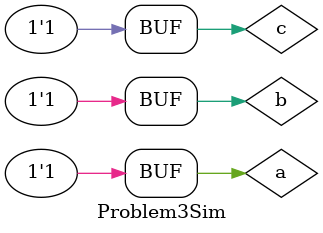
<source format=v>
`timescale 1ns / 1ps


module Problem3Sim();

    reg a;
    reg b;
    reg c;
    
    wire x;
        
    Problem3Mod UUT(
        .a(a),
        .b(b),
        .c(c),
        .x(x),
        .y(y)
    );
    
    initial begin
        a=0;
        b=0;
        c=0;
        #10;
        
        a=0;
        b=0;
        c=1;
        #10;
          
        a=0;
        b=1;
        c=0;
        #10;
        
        a=0;
        b=1;
        c=1;
        #10;
      
        a=1;
        b=0;
        c=0;
        #10;
        
        a=1;
        b=0;
        c=1;
        #10;
        
        a=1;
        b=1;
        c=0;
        #10;
        
        a=1;
        b=1;
        c=1;
        
    end


endmodule

</source>
